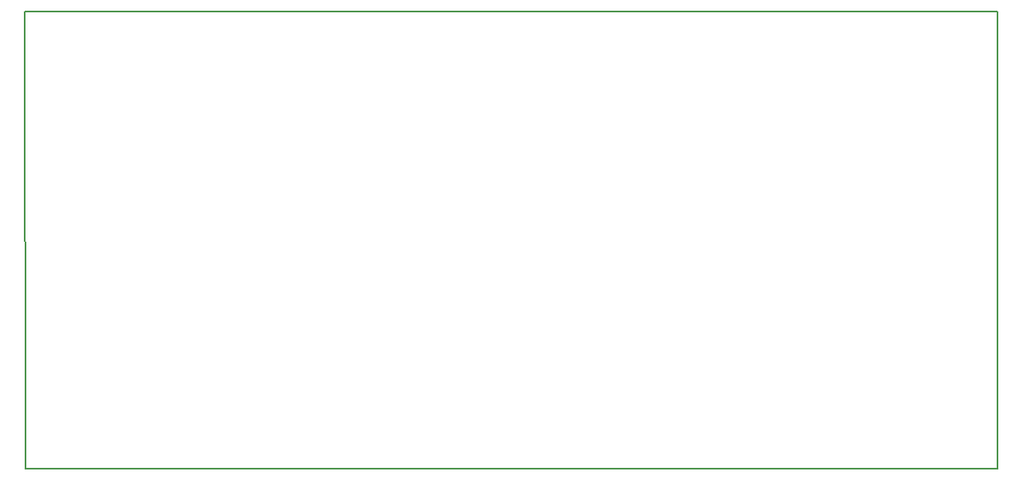
<source format=gbr>
G04 DipTrace 4.3.0.5*
G04 BoardOutline.gbr*
%MOMM*%
G04 #@! TF.FileFunction,Profile*
G04 #@! TF.Part,Single*
%ADD12C,0.14*%
%FSLAX35Y35*%
G04*
G71*
G90*
G75*
G01*
G04 BoardOutline*
%LPD*%
X5006877Y254000D2*
D12*
Y-4453753D1*
X-4993123D1*
X-5000000Y254000D1*
X5006877D1*
M02*

</source>
